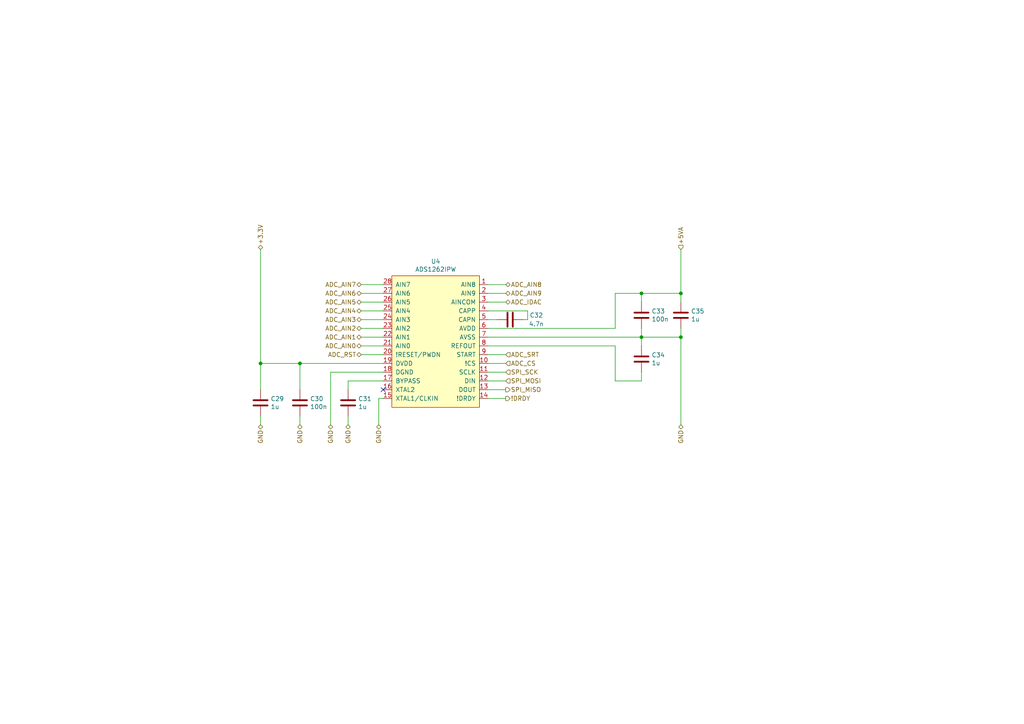
<source format=kicad_sch>
(kicad_sch (version 20211123) (generator eeschema)
  (paper "A4")
  (lib_symbols
    (symbol "Device:C" (pin_numbers hide) (pin_names (offset 0.254))
      (property "Reference" "C" (at 0.635 2.54 0))
      (property "Value" "C" (at 0.635 -2.54 0))
      (symbol "C_0_1"
        (polyline (pts (xy -2.032 -0.762) (xy 2.032 -0.762)) (stroke (width 0.508)))
        (polyline (pts (xy -2.032 0.762) (xy 2.032 0.762)) (stroke (width 0.508)))
      )
      (symbol "C_1_1"
        (pin passive line (at 0 3.81 270) (length 2.794) (name "~") (number "1"))
        (pin passive line (at 0 -3.81 90) (length 2.794) (name "~") (number "2"))
      )
    )
    (symbol "general:ADS1262IPW" (pin_names (offset 1.016))
      (property "Reference" "U" (at 5.08 20.32 0))
      (property "Value" "ADS1262IPW" (at -5.08 20.32 0))
      (symbol "ADS1262IPW_0_1"
        (rectangle (start -12.7 17.78) (end 12.7 -20.32) (fill (type background)))
      )
      (symbol "ADS1262IPW_1_1"
        (pin input line (at 15.24 15.24 180) (length 2.54) (name "AIN8") (number "1"))
        (pin input line (at 15.24 -7.62 180) (length 2.54) (name "!CS") (number "10"))
        (pin input line (at 15.24 -10.16 180) (length 2.54) (name "SCLK") (number "11"))
        (pin input line (at 15.24 -12.7 180) (length 2.54) (name "DIN") (number "12"))
        (pin input line (at 15.24 -15.24 180) (length 2.54) (name "DOUT") (number "13"))
        (pin input line (at 15.24 -17.78 180) (length 2.54) (name "!DRDY") (number "14"))
        (pin input line (at -15.24 -17.78 0) (length 2.54) (name "XTAL1/CLKIN") (number "15"))
        (pin input line (at -15.24 -15.24 0) (length 2.54) (name "XTAL2") (number "16"))
        (pin input line (at -15.24 -12.7 0) (length 2.54) (name "BYPASS") (number "17"))
        (pin input line (at -15.24 -10.16 0) (length 2.54) (name "DGND") (number "18"))
        (pin input line (at -15.24 -7.62 0) (length 2.54) (name "DVDD") (number "19"))
        (pin input line (at 15.24 12.7 180) (length 2.54) (name "AIN9") (number "2"))
        (pin input line (at -15.24 -5.08 0) (length 2.54) (name "!RESET/PWDN") (number "20"))
        (pin input line (at -15.24 -2.54 0) (length 2.54) (name "AIN0") (number "21"))
        (pin input line (at -15.24 0 0) (length 2.54) (name "AIN1") (number "22"))
        (pin input line (at -15.24 2.54 0) (length 2.54) (name "AIN2") (number "23"))
        (pin input line (at -15.24 5.08 0) (length 2.54) (name "AIN3") (number "24"))
        (pin input line (at -15.24 7.62 0) (length 2.54) (name "AIN4") (number "25"))
        (pin input line (at -15.24 10.16 0) (length 2.54) (name "AIN5") (number "26"))
        (pin input line (at -15.24 12.7 0) (length 2.54) (name "AIN6") (number "27"))
        (pin input line (at -15.24 15.24 0) (length 2.54) (name "AIN7") (number "28"))
        (pin input line (at 15.24 10.16 180) (length 2.54) (name "AINCOM") (number "3"))
        (pin input line (at 15.24 7.62 180) (length 2.54) (name "CAPP") (number "4"))
        (pin input line (at 15.24 5.08 180) (length 2.54) (name "CAPN") (number "5"))
        (pin input line (at 15.24 2.54 180) (length 2.54) (name "AVDD") (number "6"))
        (pin input line (at 15.24 0 180) (length 2.54) (name "AVSS") (number "7"))
        (pin input line (at 15.24 -2.54 180) (length 2.54) (name "REFOUT") (number "8"))
        (pin input line (at 15.24 -5.08 180) (length 2.54) (name "START") (number "9"))
      )
    )
  )
  (junction (at 197.485 97.79))
  (junction (at 197.485 85.09))
  (junction (at 86.995 105.41))
  (junction (at 75.565 105.41))
  (junction (at 186.055 97.79))
  (junction (at 186.055 85.09))
  (no_connect (at 111.125 113.03))
  (wire (pts (xy 86.995 120.65) (xy 86.995 123.19)))
  (wire (pts (xy 104.775 82.55) (xy 111.125 82.55)))
  (wire (pts (xy 186.055 85.09) (xy 197.485 85.09)))
  (wire (pts (xy 104.775 95.25) (xy 111.125 95.25)))
  (wire (pts (xy 146.685 115.57) (xy 141.605 115.57)))
  (wire (pts (xy 197.485 72.39) (xy 197.485 85.09)))
  (wire (pts (xy 141.605 90.17) (xy 153.035 90.17)))
  (wire (pts (xy 186.055 97.79) (xy 186.055 100.33)))
  (wire (pts (xy 104.775 90.17) (xy 111.125 90.17)))
  (wire (pts (xy 144.145 92.71) (xy 141.605 92.71)))
  (wire (pts (xy 146.685 102.87) (xy 141.605 102.87)))
  (wire (pts (xy 141.605 97.79) (xy 186.055 97.79)))
  (wire (pts (xy 100.965 113.03) (xy 100.965 110.49)))
  (wire (pts (xy 75.565 72.39) (xy 75.565 105.41)))
  (wire (pts (xy 86.995 113.03) (xy 86.995 105.41)))
  (wire (pts (xy 178.435 110.49) (xy 186.055 110.49)))
  (wire (pts (xy 146.685 107.95) (xy 141.605 107.95)))
  (wire (pts (xy 100.965 110.49) (xy 111.125 110.49)))
  (wire (pts (xy 146.685 110.49) (xy 141.605 110.49)))
  (wire (pts (xy 86.995 105.41) (xy 111.125 105.41)))
  (wire (pts (xy 146.685 85.09) (xy 141.605 85.09)))
  (wire (pts (xy 146.685 105.41) (xy 141.605 105.41)))
  (wire (pts (xy 75.565 120.65) (xy 75.565 123.19)))
  (wire (pts (xy 197.485 97.79) (xy 197.485 123.19)))
  (wire (pts (xy 146.685 82.55) (xy 141.605 82.55)))
  (wire (pts (xy 104.775 85.09) (xy 111.125 85.09)))
  (wire (pts (xy 153.035 90.17) (xy 153.035 92.71)))
  (wire (pts (xy 95.885 107.95) (xy 111.125 107.95)))
  (wire (pts (xy 141.605 100.33) (xy 178.435 100.33)))
  (wire (pts (xy 178.435 100.33) (xy 178.435 110.49)))
  (wire (pts (xy 100.965 120.65) (xy 100.965 123.19)))
  (wire (pts (xy 197.485 85.09) (xy 197.485 87.63)))
  (wire (pts (xy 95.885 123.19) (xy 95.885 107.95)))
  (wire (pts (xy 186.055 85.09) (xy 186.055 87.63)))
  (wire (pts (xy 146.685 113.03) (xy 141.605 113.03)))
  (wire (pts (xy 104.775 100.33) (xy 111.125 100.33)))
  (wire (pts (xy 153.035 92.71) (xy 151.765 92.71)))
  (wire (pts (xy 178.435 85.09) (xy 186.055 85.09)))
  (wire (pts (xy 197.485 95.25) (xy 197.485 97.79)))
  (wire (pts (xy 109.855 115.57) (xy 109.855 123.19)))
  (wire (pts (xy 75.565 105.41) (xy 75.565 113.03)))
  (wire (pts (xy 141.605 95.25) (xy 178.435 95.25)))
  (wire (pts (xy 111.125 115.57) (xy 109.855 115.57)))
  (wire (pts (xy 186.055 97.79) (xy 197.485 97.79)))
  (wire (pts (xy 186.055 95.25) (xy 186.055 97.79)))
  (wire (pts (xy 104.775 92.71) (xy 111.125 92.71)))
  (wire (pts (xy 104.775 102.87) (xy 111.125 102.87)))
  (wire (pts (xy 178.435 95.25) (xy 178.435 85.09)))
  (wire (pts (xy 141.605 87.63) (xy 146.685 87.63)))
  (wire (pts (xy 104.775 97.79) (xy 111.125 97.79)))
  (wire (pts (xy 186.055 107.95) (xy 186.055 110.49)))
  (wire (pts (xy 75.565 105.41) (xy 86.995 105.41)))
  (wire (pts (xy 104.775 87.63) (xy 111.125 87.63)))
  (hierarchical_label "ADC_AIN7" (shape bidirectional) (at 104.775 82.55 180))
  (hierarchical_label "GND" (shape bidirectional) (at 100.965 123.19 270))
  (hierarchical_label "ADC_AIN5" (shape bidirectional) (at 104.775 87.63 180))
  (hierarchical_label "ADC_AIN9" (shape bidirectional) (at 146.685 85.09 0))
  (hierarchical_label "ADC_AIN1" (shape bidirectional) (at 104.775 97.79 180))
  (hierarchical_label "GND" (shape bidirectional) (at 109.855 123.19 270))
  (hierarchical_label "SPI_MOSI" (shape input) (at 146.685 110.49 0))
  (hierarchical_label "ADC_SRT" (shape input) (at 146.685 102.87 0))
  (hierarchical_label "ADC_AIN2" (shape bidirectional) (at 104.775 95.25 180))
  (hierarchical_label "ADC_AIN6" (shape bidirectional) (at 104.775 85.09 180))
  (hierarchical_label "GND" (shape bidirectional) (at 86.995 123.19 270))
  (hierarchical_label "!DRDY" (shape output) (at 146.685 115.57 0))
  (hierarchical_label "SPI_MISO" (shape output) (at 146.685 113.03 0))
  (hierarchical_label "ADC_AIN3" (shape bidirectional) (at 104.775 92.71 180))
  (hierarchical_label "GND" (shape bidirectional) (at 95.885 123.19 270))
  (hierarchical_label "ADC_RST" (shape bidirectional) (at 104.775 102.87 180))
  (hierarchical_label "SPI_SCK" (shape input) (at 146.685 107.95 0))
  (hierarchical_label "ADC_CS" (shape input) (at 146.685 105.41 0))
  (hierarchical_label "ADC_AIN4" (shape bidirectional) (at 104.775 90.17 180))
  (hierarchical_label "GND" (shape bidirectional) (at 197.485 123.19 270))
  (hierarchical_label "+5VA" (shape input) (at 197.485 72.39 90))
  (hierarchical_label "+3.3V" (shape bidirectional) (at 75.565 72.39 90))
  (hierarchical_label "ADC_AIN0" (shape bidirectional) (at 104.775 100.33 180))
  (hierarchical_label "ADC_AIN8" (shape bidirectional) (at 146.685 82.55 0))
  (hierarchical_label "ADC_IDAC" (shape bidirectional) (at 146.685 87.63 0))
  (hierarchical_label "GND" (shape bidirectional) (at 75.565 123.19 270))
  (symbol (lib_id "general:ADS1262IPW") (at 126.365 97.79 0) (unit 1)
    (property "Reference" "U4" (at 126.365 75.819 0))
    (property "Value" "ADS1262IPW" (at 126.365 78.1304 0))
    (property "Footprint" "Package_SO:TSSOP-28_4.4x9.7mm_P0.65mm" (effects hide))
    (property "manf#" "ADS1262IPWR" (effects hide))
    (property "Manufacturer_Part_Number" "ADS1262IPWR" (effects hide))
  )
  (symbol (lib_id "Device:C") (at 75.565 116.84 0) (unit 1)
    (property "Reference" "C29" (at 78.486 115.6716 0) (effects (justify left)))
    (property "Value" "1u" (at 78.486 117.983 0) (effects (justify left)))
    (property "Footprint" "Capacitor_SMD:C_0603_1608Metric" (effects hide))
    (property "jlc" "C15849" (effects hide))
    (property "Manufacturer_Part_Number" "CL10A105KB8NNNC" (effects hide))
  )
  (symbol (lib_id "Device:C") (at 86.995 116.84 0) (unit 1)
    (property "Reference" "C30" (at 89.916 115.6716 0) (effects (justify left)))
    (property "Value" "100n" (at 89.916 117.983 0) (effects (justify left)))
    (property "Footprint" "Capacitor_SMD:C_0603_1608Metric" (effects hide))
    (property "jlc" "C14663" (effects hide))
    (property "Manufacturer_Part_Number" "CC0603KRX7R9BB104" (effects hide))
  )
  (symbol (lib_id "Device:C") (at 100.965 116.84 0) (unit 1)
    (property "Reference" "C31" (at 103.886 115.6716 0) (effects (justify left)))
    (property "Value" "1u" (at 103.886 117.983 0) (effects (justify left)))
    (property "Footprint" "Capacitor_SMD:C_0603_1608Metric" (effects hide))
    (property "jlc" "C15849" (effects hide))
    (property "Manufacturer_Part_Number" "CL10A105KB8NNNC" (effects hide))
  )
  (symbol (lib_id "Device:C") (at 147.955 92.71 90) (unit 1)
    (property "Reference" "C32" (at 155.575 91.44 90))
    (property "Value" "4.7n" (at 155.575 93.98 90))
    (property "Footprint" "Capacitor_SMD:C_0603_1608Metric" (effects hide))
    (property "jlc" "C85980" (effects hide))
    (property "Manufacturer_Part_Number" "GRM1885C1H472JA01D" (effects hide))
  )
  (symbol (lib_id "Device:C") (at 186.055 91.44 0) (unit 1)
    (property "Reference" "C33" (at 188.976 90.2716 0) (effects (justify left)))
    (property "Value" "100n" (at 188.976 92.583 0) (effects (justify left)))
    (property "Footprint" "Capacitor_SMD:C_0603_1608Metric" (effects hide))
    (property "jlc" "C14663" (effects hide))
    (property "Manufacturer_Part_Number" "CC0603KRX7R9BB104" (effects hide))
  )
  (symbol (lib_id "Device:C") (at 197.485 91.44 0) (unit 1)
    (property "Reference" "C35" (at 200.406 90.2716 0) (effects (justify left)))
    (property "Value" "1u" (at 200.406 92.583 0) (effects (justify left)))
    (property "Footprint" "Capacitor_SMD:C_0603_1608Metric" (effects hide))
    (property "jlc" "C15849" (effects hide))
    (property "Manufacturer_Part_Number" "CL10A105KB8NNNC" (effects hide))
  )
  (symbol (lib_id "Device:C") (at 186.055 104.14 0) (unit 1)
    (property "Reference" "C34" (at 188.976 102.9716 0) (effects (justify left)))
    (property "Value" "1u" (at 188.976 105.283 0) (effects (justify left)))
    (property "Footprint" "Capacitor_SMD:C_0603_1608Metric" (effects hide))
    (property "jlc" "C15849" (effects hide))
    (property "Manufacturer_Part_Number" "CL10A105KB8NNNC" (effects hide))
  )
)
</source>
